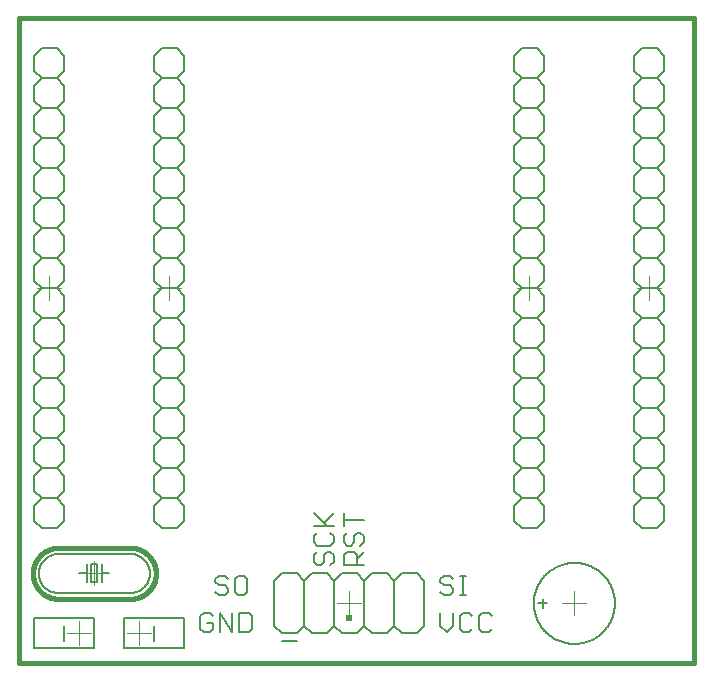
<source format=gto>
G75*
%MOIN*%
%OFA0B0*%
%FSLAX25Y25*%
%IPPOS*%
%LPD*%
%AMOC8*
5,1,8,0,0,1.08239X$1,22.5*
%
%ADD10C,0.00600*%
%ADD11C,0.01600*%
%ADD12C,0.00000*%
%ADD13C,0.00800*%
%ADD14R,0.02000X0.02000*%
D10*
X0014800Y0025300D02*
X0038800Y0025300D01*
X0029300Y0028800D02*
X0029300Y0031800D01*
X0031800Y0031800D01*
X0029300Y0031800D02*
X0029300Y0034800D01*
X0027800Y0034800D02*
X0027800Y0028800D01*
X0025800Y0028800D01*
X0025800Y0034800D01*
X0027800Y0034800D01*
X0024300Y0034800D02*
X0024300Y0031800D01*
X0021800Y0031800D01*
X0024300Y0031800D02*
X0024300Y0028800D01*
X0014800Y0025300D02*
X0014640Y0025302D01*
X0014481Y0025308D01*
X0014322Y0025318D01*
X0014163Y0025331D01*
X0014004Y0025349D01*
X0013846Y0025370D01*
X0013689Y0025396D01*
X0013532Y0025425D01*
X0013376Y0025458D01*
X0013221Y0025495D01*
X0013066Y0025535D01*
X0012913Y0025580D01*
X0012761Y0025628D01*
X0012610Y0025680D01*
X0012461Y0025736D01*
X0012313Y0025795D01*
X0012166Y0025858D01*
X0012021Y0025924D01*
X0011878Y0025994D01*
X0011736Y0026068D01*
X0011596Y0026144D01*
X0011458Y0026225D01*
X0011323Y0026308D01*
X0011189Y0026395D01*
X0011057Y0026486D01*
X0010928Y0026579D01*
X0010801Y0026676D01*
X0010676Y0026775D01*
X0010554Y0026878D01*
X0010435Y0026984D01*
X0010318Y0027092D01*
X0010204Y0027204D01*
X0010092Y0027318D01*
X0009984Y0027435D01*
X0009878Y0027554D01*
X0009775Y0027676D01*
X0009676Y0027801D01*
X0009579Y0027928D01*
X0009486Y0028057D01*
X0009395Y0028189D01*
X0009308Y0028323D01*
X0009225Y0028458D01*
X0009144Y0028596D01*
X0009068Y0028736D01*
X0008994Y0028878D01*
X0008924Y0029021D01*
X0008858Y0029166D01*
X0008795Y0029313D01*
X0008736Y0029461D01*
X0008680Y0029610D01*
X0008628Y0029761D01*
X0008580Y0029913D01*
X0008535Y0030066D01*
X0008495Y0030221D01*
X0008458Y0030376D01*
X0008425Y0030532D01*
X0008396Y0030689D01*
X0008370Y0030846D01*
X0008349Y0031004D01*
X0008331Y0031163D01*
X0008318Y0031322D01*
X0008308Y0031481D01*
X0008302Y0031640D01*
X0008300Y0031800D01*
X0008302Y0031960D01*
X0008308Y0032119D01*
X0008318Y0032278D01*
X0008331Y0032437D01*
X0008349Y0032596D01*
X0008370Y0032754D01*
X0008396Y0032911D01*
X0008425Y0033068D01*
X0008458Y0033224D01*
X0008495Y0033379D01*
X0008535Y0033534D01*
X0008580Y0033687D01*
X0008628Y0033839D01*
X0008680Y0033990D01*
X0008736Y0034139D01*
X0008795Y0034287D01*
X0008858Y0034434D01*
X0008924Y0034579D01*
X0008994Y0034722D01*
X0009068Y0034864D01*
X0009144Y0035004D01*
X0009225Y0035142D01*
X0009308Y0035277D01*
X0009395Y0035411D01*
X0009486Y0035543D01*
X0009579Y0035672D01*
X0009676Y0035799D01*
X0009775Y0035924D01*
X0009878Y0036046D01*
X0009984Y0036165D01*
X0010092Y0036282D01*
X0010204Y0036396D01*
X0010318Y0036508D01*
X0010435Y0036616D01*
X0010554Y0036722D01*
X0010676Y0036825D01*
X0010801Y0036924D01*
X0010928Y0037021D01*
X0011057Y0037114D01*
X0011189Y0037205D01*
X0011323Y0037292D01*
X0011458Y0037375D01*
X0011596Y0037456D01*
X0011736Y0037532D01*
X0011878Y0037606D01*
X0012021Y0037676D01*
X0012166Y0037742D01*
X0012313Y0037805D01*
X0012461Y0037864D01*
X0012610Y0037920D01*
X0012761Y0037972D01*
X0012913Y0038020D01*
X0013066Y0038065D01*
X0013221Y0038105D01*
X0013376Y0038142D01*
X0013532Y0038175D01*
X0013689Y0038204D01*
X0013846Y0038230D01*
X0014004Y0038251D01*
X0014163Y0038269D01*
X0014322Y0038282D01*
X0014481Y0038292D01*
X0014640Y0038298D01*
X0014800Y0038300D01*
X0038800Y0038300D01*
X0038960Y0038298D01*
X0039119Y0038292D01*
X0039278Y0038282D01*
X0039437Y0038269D01*
X0039596Y0038251D01*
X0039754Y0038230D01*
X0039911Y0038204D01*
X0040068Y0038175D01*
X0040224Y0038142D01*
X0040379Y0038105D01*
X0040534Y0038065D01*
X0040687Y0038020D01*
X0040839Y0037972D01*
X0040990Y0037920D01*
X0041139Y0037864D01*
X0041287Y0037805D01*
X0041434Y0037742D01*
X0041579Y0037676D01*
X0041722Y0037606D01*
X0041864Y0037532D01*
X0042004Y0037456D01*
X0042142Y0037375D01*
X0042277Y0037292D01*
X0042411Y0037205D01*
X0042543Y0037114D01*
X0042672Y0037021D01*
X0042799Y0036924D01*
X0042924Y0036825D01*
X0043046Y0036722D01*
X0043165Y0036616D01*
X0043282Y0036508D01*
X0043396Y0036396D01*
X0043508Y0036282D01*
X0043616Y0036165D01*
X0043722Y0036046D01*
X0043825Y0035924D01*
X0043924Y0035799D01*
X0044021Y0035672D01*
X0044114Y0035543D01*
X0044205Y0035411D01*
X0044292Y0035277D01*
X0044375Y0035142D01*
X0044456Y0035004D01*
X0044532Y0034864D01*
X0044606Y0034722D01*
X0044676Y0034579D01*
X0044742Y0034434D01*
X0044805Y0034287D01*
X0044864Y0034139D01*
X0044920Y0033990D01*
X0044972Y0033839D01*
X0045020Y0033687D01*
X0045065Y0033534D01*
X0045105Y0033379D01*
X0045142Y0033224D01*
X0045175Y0033068D01*
X0045204Y0032911D01*
X0045230Y0032754D01*
X0045251Y0032596D01*
X0045269Y0032437D01*
X0045282Y0032278D01*
X0045292Y0032119D01*
X0045298Y0031960D01*
X0045300Y0031800D01*
X0045298Y0031640D01*
X0045292Y0031481D01*
X0045282Y0031322D01*
X0045269Y0031163D01*
X0045251Y0031004D01*
X0045230Y0030846D01*
X0045204Y0030689D01*
X0045175Y0030532D01*
X0045142Y0030376D01*
X0045105Y0030221D01*
X0045065Y0030066D01*
X0045020Y0029913D01*
X0044972Y0029761D01*
X0044920Y0029610D01*
X0044864Y0029461D01*
X0044805Y0029313D01*
X0044742Y0029166D01*
X0044676Y0029021D01*
X0044606Y0028878D01*
X0044532Y0028736D01*
X0044456Y0028596D01*
X0044375Y0028458D01*
X0044292Y0028323D01*
X0044205Y0028189D01*
X0044114Y0028057D01*
X0044021Y0027928D01*
X0043924Y0027801D01*
X0043825Y0027676D01*
X0043722Y0027554D01*
X0043616Y0027435D01*
X0043508Y0027318D01*
X0043396Y0027204D01*
X0043282Y0027092D01*
X0043165Y0026984D01*
X0043046Y0026878D01*
X0042924Y0026775D01*
X0042799Y0026676D01*
X0042672Y0026579D01*
X0042543Y0026486D01*
X0042411Y0026395D01*
X0042277Y0026308D01*
X0042142Y0026225D01*
X0042004Y0026144D01*
X0041864Y0026068D01*
X0041722Y0025994D01*
X0041579Y0025924D01*
X0041434Y0025858D01*
X0041287Y0025795D01*
X0041139Y0025736D01*
X0040990Y0025680D01*
X0040839Y0025628D01*
X0040687Y0025580D01*
X0040534Y0025535D01*
X0040379Y0025495D01*
X0040224Y0025458D01*
X0040068Y0025425D01*
X0039911Y0025396D01*
X0039754Y0025370D01*
X0039596Y0025349D01*
X0039437Y0025331D01*
X0039278Y0025318D01*
X0039119Y0025308D01*
X0038960Y0025302D01*
X0038800Y0025300D01*
X0062100Y0017438D02*
X0062100Y0013168D01*
X0063168Y0012100D01*
X0065303Y0012100D01*
X0066370Y0013168D01*
X0066370Y0015303D01*
X0064235Y0015303D01*
X0062100Y0017438D02*
X0063168Y0018505D01*
X0065303Y0018505D01*
X0066370Y0017438D01*
X0068545Y0018505D02*
X0072816Y0012100D01*
X0072816Y0018505D01*
X0074991Y0018505D02*
X0078194Y0018505D01*
X0079261Y0017438D01*
X0079261Y0013168D01*
X0078194Y0012100D01*
X0074991Y0012100D01*
X0074991Y0018505D01*
X0068545Y0018505D02*
X0068545Y0012100D01*
X0068168Y0024600D02*
X0067100Y0025668D01*
X0068168Y0024600D02*
X0070303Y0024600D01*
X0071370Y0025668D01*
X0071370Y0026735D01*
X0070303Y0027803D01*
X0068168Y0027803D01*
X0067100Y0028870D01*
X0067100Y0029938D01*
X0068168Y0031005D01*
X0070303Y0031005D01*
X0071370Y0029938D01*
X0073545Y0029938D02*
X0073545Y0025668D01*
X0074613Y0024600D01*
X0076748Y0024600D01*
X0077816Y0025668D01*
X0077816Y0029938D01*
X0076748Y0031005D01*
X0074613Y0031005D01*
X0073545Y0029938D01*
X0086800Y0029300D02*
X0089300Y0031800D01*
X0094300Y0031800D01*
X0096800Y0029300D01*
X0096800Y0014300D01*
X0099300Y0011800D01*
X0104300Y0011800D01*
X0106800Y0014300D01*
X0106800Y0029300D01*
X0109300Y0031800D01*
X0114300Y0031800D01*
X0116800Y0029300D01*
X0116800Y0014300D01*
X0119300Y0011800D01*
X0124300Y0011800D01*
X0126800Y0014300D01*
X0129300Y0011800D01*
X0134300Y0011800D01*
X0136800Y0014300D01*
X0136800Y0029300D01*
X0134300Y0031800D01*
X0129300Y0031800D01*
X0126800Y0029300D01*
X0126800Y0014300D01*
X0116800Y0014300D02*
X0114300Y0011800D01*
X0109300Y0011800D01*
X0106800Y0014300D01*
X0096800Y0014300D02*
X0094300Y0011800D01*
X0089300Y0011800D01*
X0086800Y0014300D01*
X0086800Y0029300D01*
X0096800Y0029300D02*
X0099300Y0031800D01*
X0104300Y0031800D01*
X0106800Y0029300D01*
X0105432Y0034600D02*
X0106500Y0035668D01*
X0106500Y0037803D01*
X0105432Y0038870D01*
X0104365Y0038870D01*
X0103297Y0037803D01*
X0103297Y0035668D01*
X0102230Y0034600D01*
X0101162Y0034600D01*
X0100095Y0035668D01*
X0100095Y0037803D01*
X0101162Y0038870D01*
X0101162Y0041045D02*
X0105432Y0041045D01*
X0106500Y0042113D01*
X0106500Y0044248D01*
X0105432Y0045316D01*
X0104365Y0047491D02*
X0100095Y0051761D01*
X0103297Y0048559D02*
X0106500Y0051761D01*
X0110095Y0051761D02*
X0110095Y0047491D01*
X0110095Y0049626D02*
X0116500Y0049626D01*
X0115432Y0045316D02*
X0114365Y0045316D01*
X0113297Y0044248D01*
X0113297Y0042113D01*
X0112230Y0041045D01*
X0111162Y0041045D01*
X0110095Y0042113D01*
X0110095Y0044248D01*
X0111162Y0045316D01*
X0115432Y0045316D02*
X0116500Y0044248D01*
X0116500Y0042113D01*
X0115432Y0041045D01*
X0116500Y0038870D02*
X0114365Y0036735D01*
X0114365Y0037803D02*
X0114365Y0034600D01*
X0116500Y0034600D02*
X0110095Y0034600D01*
X0110095Y0037803D01*
X0111162Y0038870D01*
X0113297Y0038870D01*
X0114365Y0037803D01*
X0119300Y0031800D02*
X0116800Y0029300D01*
X0119300Y0031800D02*
X0124300Y0031800D01*
X0126800Y0029300D01*
X0142100Y0028870D02*
X0143168Y0027803D01*
X0145303Y0027803D01*
X0146370Y0026735D01*
X0146370Y0025668D01*
X0145303Y0024600D01*
X0143168Y0024600D01*
X0142100Y0025668D01*
X0142100Y0028870D02*
X0142100Y0029938D01*
X0143168Y0031005D01*
X0145303Y0031005D01*
X0146370Y0029938D01*
X0148545Y0031005D02*
X0150681Y0031005D01*
X0149613Y0031005D02*
X0149613Y0024600D01*
X0148545Y0024600D02*
X0150681Y0024600D01*
X0151748Y0018505D02*
X0149613Y0018505D01*
X0148545Y0017438D01*
X0148545Y0013168D01*
X0149613Y0012100D01*
X0151748Y0012100D01*
X0152816Y0013168D01*
X0154991Y0013168D02*
X0156059Y0012100D01*
X0158194Y0012100D01*
X0159261Y0013168D01*
X0159261Y0017438D02*
X0158194Y0018505D01*
X0156059Y0018505D01*
X0154991Y0017438D01*
X0154991Y0013168D01*
X0152816Y0017438D02*
X0151748Y0018505D01*
X0146370Y0018505D02*
X0146370Y0014235D01*
X0144235Y0012100D01*
X0142100Y0014235D01*
X0142100Y0018505D01*
X0174800Y0021800D02*
X0177800Y0021800D01*
X0176300Y0020300D02*
X0176300Y0023300D01*
X0173300Y0021800D02*
X0173304Y0022131D01*
X0173316Y0022462D01*
X0173337Y0022793D01*
X0173365Y0023123D01*
X0173402Y0023453D01*
X0173446Y0023781D01*
X0173499Y0024108D01*
X0173559Y0024434D01*
X0173628Y0024758D01*
X0173705Y0025080D01*
X0173789Y0025401D01*
X0173881Y0025719D01*
X0173981Y0026035D01*
X0174089Y0026348D01*
X0174205Y0026659D01*
X0174328Y0026966D01*
X0174458Y0027271D01*
X0174596Y0027572D01*
X0174741Y0027870D01*
X0174894Y0028164D01*
X0175054Y0028454D01*
X0175221Y0028740D01*
X0175394Y0029022D01*
X0175575Y0029300D01*
X0175763Y0029573D01*
X0175957Y0029842D01*
X0176157Y0030106D01*
X0176364Y0030364D01*
X0176578Y0030618D01*
X0176797Y0030866D01*
X0177023Y0031109D01*
X0177254Y0031346D01*
X0177491Y0031577D01*
X0177734Y0031803D01*
X0177982Y0032022D01*
X0178236Y0032236D01*
X0178494Y0032443D01*
X0178758Y0032643D01*
X0179027Y0032837D01*
X0179300Y0033025D01*
X0179578Y0033206D01*
X0179860Y0033379D01*
X0180146Y0033546D01*
X0180436Y0033706D01*
X0180730Y0033859D01*
X0181028Y0034004D01*
X0181329Y0034142D01*
X0181634Y0034272D01*
X0181941Y0034395D01*
X0182252Y0034511D01*
X0182565Y0034619D01*
X0182881Y0034719D01*
X0183199Y0034811D01*
X0183520Y0034895D01*
X0183842Y0034972D01*
X0184166Y0035041D01*
X0184492Y0035101D01*
X0184819Y0035154D01*
X0185147Y0035198D01*
X0185477Y0035235D01*
X0185807Y0035263D01*
X0186138Y0035284D01*
X0186469Y0035296D01*
X0186800Y0035300D01*
X0187131Y0035296D01*
X0187462Y0035284D01*
X0187793Y0035263D01*
X0188123Y0035235D01*
X0188453Y0035198D01*
X0188781Y0035154D01*
X0189108Y0035101D01*
X0189434Y0035041D01*
X0189758Y0034972D01*
X0190080Y0034895D01*
X0190401Y0034811D01*
X0190719Y0034719D01*
X0191035Y0034619D01*
X0191348Y0034511D01*
X0191659Y0034395D01*
X0191966Y0034272D01*
X0192271Y0034142D01*
X0192572Y0034004D01*
X0192870Y0033859D01*
X0193164Y0033706D01*
X0193454Y0033546D01*
X0193740Y0033379D01*
X0194022Y0033206D01*
X0194300Y0033025D01*
X0194573Y0032837D01*
X0194842Y0032643D01*
X0195106Y0032443D01*
X0195364Y0032236D01*
X0195618Y0032022D01*
X0195866Y0031803D01*
X0196109Y0031577D01*
X0196346Y0031346D01*
X0196577Y0031109D01*
X0196803Y0030866D01*
X0197022Y0030618D01*
X0197236Y0030364D01*
X0197443Y0030106D01*
X0197643Y0029842D01*
X0197837Y0029573D01*
X0198025Y0029300D01*
X0198206Y0029022D01*
X0198379Y0028740D01*
X0198546Y0028454D01*
X0198706Y0028164D01*
X0198859Y0027870D01*
X0199004Y0027572D01*
X0199142Y0027271D01*
X0199272Y0026966D01*
X0199395Y0026659D01*
X0199511Y0026348D01*
X0199619Y0026035D01*
X0199719Y0025719D01*
X0199811Y0025401D01*
X0199895Y0025080D01*
X0199972Y0024758D01*
X0200041Y0024434D01*
X0200101Y0024108D01*
X0200154Y0023781D01*
X0200198Y0023453D01*
X0200235Y0023123D01*
X0200263Y0022793D01*
X0200284Y0022462D01*
X0200296Y0022131D01*
X0200300Y0021800D01*
X0200296Y0021469D01*
X0200284Y0021138D01*
X0200263Y0020807D01*
X0200235Y0020477D01*
X0200198Y0020147D01*
X0200154Y0019819D01*
X0200101Y0019492D01*
X0200041Y0019166D01*
X0199972Y0018842D01*
X0199895Y0018520D01*
X0199811Y0018199D01*
X0199719Y0017881D01*
X0199619Y0017565D01*
X0199511Y0017252D01*
X0199395Y0016941D01*
X0199272Y0016634D01*
X0199142Y0016329D01*
X0199004Y0016028D01*
X0198859Y0015730D01*
X0198706Y0015436D01*
X0198546Y0015146D01*
X0198379Y0014860D01*
X0198206Y0014578D01*
X0198025Y0014300D01*
X0197837Y0014027D01*
X0197643Y0013758D01*
X0197443Y0013494D01*
X0197236Y0013236D01*
X0197022Y0012982D01*
X0196803Y0012734D01*
X0196577Y0012491D01*
X0196346Y0012254D01*
X0196109Y0012023D01*
X0195866Y0011797D01*
X0195618Y0011578D01*
X0195364Y0011364D01*
X0195106Y0011157D01*
X0194842Y0010957D01*
X0194573Y0010763D01*
X0194300Y0010575D01*
X0194022Y0010394D01*
X0193740Y0010221D01*
X0193454Y0010054D01*
X0193164Y0009894D01*
X0192870Y0009741D01*
X0192572Y0009596D01*
X0192271Y0009458D01*
X0191966Y0009328D01*
X0191659Y0009205D01*
X0191348Y0009089D01*
X0191035Y0008981D01*
X0190719Y0008881D01*
X0190401Y0008789D01*
X0190080Y0008705D01*
X0189758Y0008628D01*
X0189434Y0008559D01*
X0189108Y0008499D01*
X0188781Y0008446D01*
X0188453Y0008402D01*
X0188123Y0008365D01*
X0187793Y0008337D01*
X0187462Y0008316D01*
X0187131Y0008304D01*
X0186800Y0008300D01*
X0186469Y0008304D01*
X0186138Y0008316D01*
X0185807Y0008337D01*
X0185477Y0008365D01*
X0185147Y0008402D01*
X0184819Y0008446D01*
X0184492Y0008499D01*
X0184166Y0008559D01*
X0183842Y0008628D01*
X0183520Y0008705D01*
X0183199Y0008789D01*
X0182881Y0008881D01*
X0182565Y0008981D01*
X0182252Y0009089D01*
X0181941Y0009205D01*
X0181634Y0009328D01*
X0181329Y0009458D01*
X0181028Y0009596D01*
X0180730Y0009741D01*
X0180436Y0009894D01*
X0180146Y0010054D01*
X0179860Y0010221D01*
X0179578Y0010394D01*
X0179300Y0010575D01*
X0179027Y0010763D01*
X0178758Y0010957D01*
X0178494Y0011157D01*
X0178236Y0011364D01*
X0177982Y0011578D01*
X0177734Y0011797D01*
X0177491Y0012023D01*
X0177254Y0012254D01*
X0177023Y0012491D01*
X0176797Y0012734D01*
X0176578Y0012982D01*
X0176364Y0013236D01*
X0176157Y0013494D01*
X0175957Y0013758D01*
X0175763Y0014027D01*
X0175575Y0014300D01*
X0175394Y0014578D01*
X0175221Y0014860D01*
X0175054Y0015146D01*
X0174894Y0015436D01*
X0174741Y0015730D01*
X0174596Y0016028D01*
X0174458Y0016329D01*
X0174328Y0016634D01*
X0174205Y0016941D01*
X0174089Y0017252D01*
X0173981Y0017565D01*
X0173881Y0017881D01*
X0173789Y0018199D01*
X0173705Y0018520D01*
X0173628Y0018842D01*
X0173559Y0019166D01*
X0173499Y0019492D01*
X0173446Y0019819D01*
X0173402Y0020147D01*
X0173365Y0020477D01*
X0173337Y0020807D01*
X0173316Y0021138D01*
X0173304Y0021469D01*
X0173300Y0021800D01*
X0174300Y0046800D02*
X0169300Y0046800D01*
X0166800Y0049300D01*
X0166800Y0054300D01*
X0169300Y0056800D01*
X0166800Y0059300D01*
X0166800Y0064300D01*
X0169300Y0066800D01*
X0166800Y0069300D01*
X0166800Y0074300D01*
X0169300Y0076800D01*
X0166800Y0079300D01*
X0166800Y0084300D01*
X0169300Y0086800D01*
X0166800Y0089300D01*
X0166800Y0094300D01*
X0169300Y0096800D01*
X0166800Y0099300D01*
X0166800Y0104300D01*
X0169300Y0106800D01*
X0166800Y0109300D01*
X0166800Y0114300D01*
X0169300Y0116800D01*
X0166800Y0119300D01*
X0166800Y0124300D01*
X0169300Y0126800D01*
X0166800Y0129300D01*
X0166800Y0134300D01*
X0169300Y0136800D01*
X0166800Y0139300D01*
X0166800Y0144300D01*
X0169300Y0146800D01*
X0166800Y0149300D01*
X0166800Y0154300D01*
X0169300Y0156800D01*
X0166800Y0159300D01*
X0166800Y0164300D01*
X0169300Y0166800D01*
X0166800Y0169300D01*
X0166800Y0174300D01*
X0169300Y0176800D01*
X0166800Y0179300D01*
X0166800Y0184300D01*
X0169300Y0186800D01*
X0166800Y0189300D01*
X0166800Y0194300D01*
X0169300Y0196800D01*
X0166800Y0199300D01*
X0166800Y0204300D01*
X0169300Y0206800D01*
X0174300Y0206800D01*
X0176800Y0204300D01*
X0176800Y0199300D01*
X0174300Y0196800D01*
X0176800Y0194300D01*
X0176800Y0189300D01*
X0174300Y0186800D01*
X0169300Y0186800D01*
X0174300Y0186800D02*
X0176800Y0184300D01*
X0176800Y0179300D01*
X0174300Y0176800D01*
X0176800Y0174300D01*
X0176800Y0169300D01*
X0174300Y0166800D01*
X0176800Y0164300D01*
X0176800Y0159300D01*
X0174300Y0156800D01*
X0169300Y0156800D01*
X0174300Y0156800D02*
X0176800Y0154300D01*
X0176800Y0149300D01*
X0174300Y0146800D01*
X0176800Y0144300D01*
X0176800Y0139300D01*
X0174300Y0136800D01*
X0176800Y0134300D01*
X0176800Y0129300D01*
X0174300Y0126800D01*
X0169300Y0126800D01*
X0174300Y0126800D02*
X0176800Y0124300D01*
X0176800Y0119300D01*
X0174300Y0116800D01*
X0176800Y0114300D01*
X0176800Y0109300D01*
X0174300Y0106800D01*
X0176800Y0104300D01*
X0176800Y0099300D01*
X0174300Y0096800D01*
X0169300Y0096800D01*
X0174300Y0096800D02*
X0176800Y0094300D01*
X0176800Y0089300D01*
X0174300Y0086800D01*
X0176800Y0084300D01*
X0176800Y0079300D01*
X0174300Y0076800D01*
X0176800Y0074300D01*
X0176800Y0069300D01*
X0174300Y0066800D01*
X0169300Y0066800D01*
X0174300Y0066800D02*
X0176800Y0064300D01*
X0176800Y0059300D01*
X0174300Y0056800D01*
X0176800Y0054300D01*
X0176800Y0049300D01*
X0174300Y0046800D01*
X0174300Y0056800D02*
X0169300Y0056800D01*
X0169300Y0076800D02*
X0174300Y0076800D01*
X0174300Y0086800D02*
X0169300Y0086800D01*
X0169300Y0106800D02*
X0174300Y0106800D01*
X0174300Y0116800D02*
X0169300Y0116800D01*
X0169300Y0136800D02*
X0174300Y0136800D01*
X0174300Y0146800D02*
X0169300Y0146800D01*
X0169300Y0166800D02*
X0174300Y0166800D01*
X0174300Y0176800D02*
X0169300Y0176800D01*
X0169300Y0196800D02*
X0174300Y0196800D01*
X0206800Y0194300D02*
X0206800Y0189300D01*
X0209300Y0186800D01*
X0214300Y0186800D01*
X0216800Y0189300D01*
X0216800Y0194300D01*
X0214300Y0196800D01*
X0209300Y0196800D01*
X0206800Y0194300D01*
X0209300Y0196800D02*
X0206800Y0199300D01*
X0206800Y0204300D01*
X0209300Y0206800D01*
X0214300Y0206800D01*
X0216800Y0204300D01*
X0216800Y0199300D01*
X0214300Y0196800D01*
X0214300Y0186800D02*
X0216800Y0184300D01*
X0216800Y0179300D01*
X0214300Y0176800D01*
X0216800Y0174300D01*
X0216800Y0169300D01*
X0214300Y0166800D01*
X0216800Y0164300D01*
X0216800Y0159300D01*
X0214300Y0156800D01*
X0209300Y0156800D01*
X0206800Y0159300D01*
X0206800Y0164300D01*
X0209300Y0166800D01*
X0206800Y0169300D01*
X0206800Y0174300D01*
X0209300Y0176800D01*
X0206800Y0179300D01*
X0206800Y0184300D01*
X0209300Y0186800D01*
X0209300Y0176800D02*
X0214300Y0176800D01*
X0214300Y0166800D02*
X0209300Y0166800D01*
X0209300Y0156800D02*
X0206800Y0154300D01*
X0206800Y0149300D01*
X0209300Y0146800D01*
X0206800Y0144300D01*
X0206800Y0139300D01*
X0209300Y0136800D01*
X0206800Y0134300D01*
X0206800Y0129300D01*
X0209300Y0126800D01*
X0214300Y0126800D01*
X0216800Y0129300D01*
X0216800Y0134300D01*
X0214300Y0136800D01*
X0209300Y0136800D01*
X0214300Y0136800D02*
X0216800Y0139300D01*
X0216800Y0144300D01*
X0214300Y0146800D01*
X0209300Y0146800D01*
X0214300Y0146800D02*
X0216800Y0149300D01*
X0216800Y0154300D01*
X0214300Y0156800D01*
X0214300Y0126800D02*
X0216800Y0124300D01*
X0216800Y0119300D01*
X0214300Y0116800D01*
X0216800Y0114300D01*
X0216800Y0109300D01*
X0214300Y0106800D01*
X0216800Y0104300D01*
X0216800Y0099300D01*
X0214300Y0096800D01*
X0209300Y0096800D01*
X0206800Y0099300D01*
X0206800Y0104300D01*
X0209300Y0106800D01*
X0206800Y0109300D01*
X0206800Y0114300D01*
X0209300Y0116800D01*
X0206800Y0119300D01*
X0206800Y0124300D01*
X0209300Y0126800D01*
X0209300Y0116800D02*
X0214300Y0116800D01*
X0214300Y0106800D02*
X0209300Y0106800D01*
X0209300Y0096800D02*
X0206800Y0094300D01*
X0206800Y0089300D01*
X0209300Y0086800D01*
X0206800Y0084300D01*
X0206800Y0079300D01*
X0209300Y0076800D01*
X0206800Y0074300D01*
X0206800Y0069300D01*
X0209300Y0066800D01*
X0214300Y0066800D01*
X0216800Y0069300D01*
X0216800Y0074300D01*
X0214300Y0076800D01*
X0209300Y0076800D01*
X0214300Y0076800D02*
X0216800Y0079300D01*
X0216800Y0084300D01*
X0214300Y0086800D01*
X0209300Y0086800D01*
X0214300Y0086800D02*
X0216800Y0089300D01*
X0216800Y0094300D01*
X0214300Y0096800D01*
X0214300Y0066800D02*
X0216800Y0064300D01*
X0216800Y0059300D01*
X0214300Y0056800D01*
X0216800Y0054300D01*
X0216800Y0049300D01*
X0214300Y0046800D01*
X0209300Y0046800D01*
X0206800Y0049300D01*
X0206800Y0054300D01*
X0209300Y0056800D01*
X0206800Y0059300D01*
X0206800Y0064300D01*
X0209300Y0066800D01*
X0209300Y0056800D02*
X0214300Y0056800D01*
X0106500Y0047491D02*
X0100095Y0047491D01*
X0101162Y0045316D02*
X0100095Y0044248D01*
X0100095Y0042113D01*
X0101162Y0041045D01*
X0056800Y0049300D02*
X0054300Y0046800D01*
X0049300Y0046800D01*
X0046800Y0049300D01*
X0046800Y0054300D01*
X0049300Y0056800D01*
X0046800Y0059300D01*
X0046800Y0064300D01*
X0049300Y0066800D01*
X0046800Y0069300D01*
X0046800Y0074300D01*
X0049300Y0076800D01*
X0046800Y0079300D01*
X0046800Y0084300D01*
X0049300Y0086800D01*
X0046800Y0089300D01*
X0046800Y0094300D01*
X0049300Y0096800D01*
X0046800Y0099300D01*
X0046800Y0104300D01*
X0049300Y0106800D01*
X0046800Y0109300D01*
X0046800Y0114300D01*
X0049300Y0116800D01*
X0046800Y0119300D01*
X0046800Y0124300D01*
X0049300Y0126800D01*
X0046800Y0129300D01*
X0046800Y0134300D01*
X0049300Y0136800D01*
X0046800Y0139300D01*
X0046800Y0144300D01*
X0049300Y0146800D01*
X0046800Y0149300D01*
X0046800Y0154300D01*
X0049300Y0156800D01*
X0046800Y0159300D01*
X0046800Y0164300D01*
X0049300Y0166800D01*
X0046800Y0169300D01*
X0046800Y0174300D01*
X0049300Y0176800D01*
X0046800Y0179300D01*
X0046800Y0184300D01*
X0049300Y0186800D01*
X0046800Y0189300D01*
X0046800Y0194300D01*
X0049300Y0196800D01*
X0046800Y0199300D01*
X0046800Y0204300D01*
X0049300Y0206800D01*
X0054300Y0206800D01*
X0056800Y0204300D01*
X0056800Y0199300D01*
X0054300Y0196800D01*
X0056800Y0194300D01*
X0056800Y0189300D01*
X0054300Y0186800D01*
X0049300Y0186800D01*
X0054300Y0186800D02*
X0056800Y0184300D01*
X0056800Y0179300D01*
X0054300Y0176800D01*
X0056800Y0174300D01*
X0056800Y0169300D01*
X0054300Y0166800D01*
X0056800Y0164300D01*
X0056800Y0159300D01*
X0054300Y0156800D01*
X0049300Y0156800D01*
X0054300Y0156800D02*
X0056800Y0154300D01*
X0056800Y0149300D01*
X0054300Y0146800D01*
X0056800Y0144300D01*
X0056800Y0139300D01*
X0054300Y0136800D01*
X0056800Y0134300D01*
X0056800Y0129300D01*
X0054300Y0126800D01*
X0049300Y0126800D01*
X0054300Y0126800D02*
X0056800Y0124300D01*
X0056800Y0119300D01*
X0054300Y0116800D01*
X0056800Y0114300D01*
X0056800Y0109300D01*
X0054300Y0106800D01*
X0056800Y0104300D01*
X0056800Y0099300D01*
X0054300Y0096800D01*
X0049300Y0096800D01*
X0054300Y0096800D02*
X0056800Y0094300D01*
X0056800Y0089300D01*
X0054300Y0086800D01*
X0056800Y0084300D01*
X0056800Y0079300D01*
X0054300Y0076800D01*
X0056800Y0074300D01*
X0056800Y0069300D01*
X0054300Y0066800D01*
X0049300Y0066800D01*
X0054300Y0066800D02*
X0056800Y0064300D01*
X0056800Y0059300D01*
X0054300Y0056800D01*
X0056800Y0054300D01*
X0056800Y0049300D01*
X0054300Y0056800D02*
X0049300Y0056800D01*
X0049300Y0076800D02*
X0054300Y0076800D01*
X0054300Y0086800D02*
X0049300Y0086800D01*
X0049300Y0106800D02*
X0054300Y0106800D01*
X0054300Y0116800D02*
X0049300Y0116800D01*
X0049300Y0136800D02*
X0054300Y0136800D01*
X0054300Y0146800D02*
X0049300Y0146800D01*
X0049300Y0166800D02*
X0054300Y0166800D01*
X0054300Y0176800D02*
X0049300Y0176800D01*
X0049300Y0196800D02*
X0054300Y0196800D01*
X0016800Y0194300D02*
X0016800Y0189300D01*
X0014300Y0186800D01*
X0009300Y0186800D01*
X0006800Y0189300D01*
X0006800Y0194300D01*
X0009300Y0196800D01*
X0006800Y0199300D01*
X0006800Y0204300D01*
X0009300Y0206800D01*
X0014300Y0206800D01*
X0016800Y0204300D01*
X0016800Y0199300D01*
X0014300Y0196800D01*
X0016800Y0194300D01*
X0014300Y0196800D02*
X0009300Y0196800D01*
X0009300Y0186800D02*
X0006800Y0184300D01*
X0006800Y0179300D01*
X0009300Y0176800D01*
X0006800Y0174300D01*
X0006800Y0169300D01*
X0009300Y0166800D01*
X0006800Y0164300D01*
X0006800Y0159300D01*
X0009300Y0156800D01*
X0014300Y0156800D01*
X0016800Y0159300D01*
X0016800Y0164300D01*
X0014300Y0166800D01*
X0009300Y0166800D01*
X0014300Y0166800D02*
X0016800Y0169300D01*
X0016800Y0174300D01*
X0014300Y0176800D01*
X0009300Y0176800D01*
X0014300Y0176800D02*
X0016800Y0179300D01*
X0016800Y0184300D01*
X0014300Y0186800D01*
X0014300Y0156800D02*
X0016800Y0154300D01*
X0016800Y0149300D01*
X0014300Y0146800D01*
X0016800Y0144300D01*
X0016800Y0139300D01*
X0014300Y0136800D01*
X0016800Y0134300D01*
X0016800Y0129300D01*
X0014300Y0126800D01*
X0009300Y0126800D01*
X0006800Y0129300D01*
X0006800Y0134300D01*
X0009300Y0136800D01*
X0006800Y0139300D01*
X0006800Y0144300D01*
X0009300Y0146800D01*
X0006800Y0149300D01*
X0006800Y0154300D01*
X0009300Y0156800D01*
X0009300Y0146800D02*
X0014300Y0146800D01*
X0014300Y0136800D02*
X0009300Y0136800D01*
X0009300Y0126800D02*
X0006800Y0124300D01*
X0006800Y0119300D01*
X0009300Y0116800D01*
X0006800Y0114300D01*
X0006800Y0109300D01*
X0009300Y0106800D01*
X0006800Y0104300D01*
X0006800Y0099300D01*
X0009300Y0096800D01*
X0014300Y0096800D01*
X0016800Y0099300D01*
X0016800Y0104300D01*
X0014300Y0106800D01*
X0009300Y0106800D01*
X0014300Y0106800D02*
X0016800Y0109300D01*
X0016800Y0114300D01*
X0014300Y0116800D01*
X0009300Y0116800D01*
X0014300Y0116800D02*
X0016800Y0119300D01*
X0016800Y0124300D01*
X0014300Y0126800D01*
X0014300Y0096800D02*
X0016800Y0094300D01*
X0016800Y0089300D01*
X0014300Y0086800D01*
X0016800Y0084300D01*
X0016800Y0079300D01*
X0014300Y0076800D01*
X0016800Y0074300D01*
X0016800Y0069300D01*
X0014300Y0066800D01*
X0009300Y0066800D01*
X0006800Y0069300D01*
X0006800Y0074300D01*
X0009300Y0076800D01*
X0006800Y0079300D01*
X0006800Y0084300D01*
X0009300Y0086800D01*
X0006800Y0089300D01*
X0006800Y0094300D01*
X0009300Y0096800D01*
X0009300Y0086800D02*
X0014300Y0086800D01*
X0014300Y0076800D02*
X0009300Y0076800D01*
X0009300Y0066800D02*
X0006800Y0064300D01*
X0006800Y0059300D01*
X0009300Y0056800D01*
X0006800Y0054300D01*
X0006800Y0049300D01*
X0009300Y0046800D01*
X0014300Y0046800D01*
X0016800Y0049300D01*
X0016800Y0054300D01*
X0014300Y0056800D01*
X0009300Y0056800D01*
X0014300Y0056800D02*
X0016800Y0059300D01*
X0016800Y0064300D01*
X0014300Y0066800D01*
D11*
X0001800Y0001800D02*
X0001800Y0216800D01*
X0226800Y0216800D01*
X0226800Y0001800D01*
X0001800Y0001800D01*
X0014800Y0023300D02*
X0038800Y0023300D01*
X0039007Y0023303D01*
X0039214Y0023310D01*
X0039420Y0023323D01*
X0039627Y0023340D01*
X0039832Y0023363D01*
X0040038Y0023391D01*
X0040242Y0023423D01*
X0040446Y0023461D01*
X0040648Y0023503D01*
X0040850Y0023551D01*
X0041050Y0023603D01*
X0041249Y0023660D01*
X0041446Y0023722D01*
X0041642Y0023789D01*
X0041836Y0023861D01*
X0042029Y0023937D01*
X0042219Y0024018D01*
X0042408Y0024104D01*
X0042594Y0024194D01*
X0042778Y0024288D01*
X0042960Y0024388D01*
X0043139Y0024491D01*
X0043316Y0024599D01*
X0043490Y0024711D01*
X0043661Y0024827D01*
X0043830Y0024948D01*
X0043995Y0025072D01*
X0044157Y0025201D01*
X0044316Y0025333D01*
X0044472Y0025469D01*
X0044625Y0025609D01*
X0044774Y0025753D01*
X0044919Y0025900D01*
X0045061Y0026051D01*
X0045199Y0026205D01*
X0045334Y0026363D01*
X0045464Y0026523D01*
X0045590Y0026687D01*
X0045713Y0026854D01*
X0045831Y0027024D01*
X0045946Y0027197D01*
X0046056Y0027372D01*
X0046161Y0027550D01*
X0046263Y0027731D01*
X0046359Y0027913D01*
X0046452Y0028099D01*
X0046540Y0028286D01*
X0046623Y0028476D01*
X0046702Y0028667D01*
X0046776Y0028860D01*
X0046845Y0029056D01*
X0046909Y0029252D01*
X0046969Y0029450D01*
X0047024Y0029650D01*
X0047074Y0029851D01*
X0047119Y0030053D01*
X0047159Y0030256D01*
X0047194Y0030460D01*
X0047224Y0030665D01*
X0047249Y0030870D01*
X0047269Y0031076D01*
X0047284Y0031283D01*
X0047294Y0031490D01*
X0047299Y0031697D01*
X0047299Y0031903D01*
X0047294Y0032110D01*
X0047284Y0032317D01*
X0047269Y0032524D01*
X0047249Y0032730D01*
X0047224Y0032935D01*
X0047194Y0033140D01*
X0047159Y0033344D01*
X0047119Y0033547D01*
X0047074Y0033749D01*
X0047024Y0033950D01*
X0046969Y0034150D01*
X0046909Y0034348D01*
X0046845Y0034544D01*
X0046776Y0034740D01*
X0046702Y0034933D01*
X0046623Y0035124D01*
X0046540Y0035314D01*
X0046452Y0035501D01*
X0046359Y0035687D01*
X0046263Y0035869D01*
X0046161Y0036050D01*
X0046056Y0036228D01*
X0045946Y0036403D01*
X0045831Y0036576D01*
X0045713Y0036746D01*
X0045590Y0036913D01*
X0045464Y0037077D01*
X0045334Y0037237D01*
X0045199Y0037395D01*
X0045061Y0037549D01*
X0044919Y0037700D01*
X0044774Y0037847D01*
X0044625Y0037991D01*
X0044472Y0038131D01*
X0044316Y0038267D01*
X0044157Y0038399D01*
X0043995Y0038528D01*
X0043830Y0038652D01*
X0043661Y0038773D01*
X0043490Y0038889D01*
X0043316Y0039001D01*
X0043139Y0039109D01*
X0042960Y0039212D01*
X0042778Y0039312D01*
X0042594Y0039406D01*
X0042408Y0039496D01*
X0042219Y0039582D01*
X0042029Y0039663D01*
X0041836Y0039739D01*
X0041642Y0039811D01*
X0041446Y0039878D01*
X0041249Y0039940D01*
X0041050Y0039997D01*
X0040850Y0040049D01*
X0040648Y0040097D01*
X0040446Y0040139D01*
X0040242Y0040177D01*
X0040038Y0040209D01*
X0039832Y0040237D01*
X0039627Y0040260D01*
X0039420Y0040277D01*
X0039214Y0040290D01*
X0039007Y0040297D01*
X0038800Y0040300D01*
X0014800Y0040300D01*
X0014593Y0040297D01*
X0014386Y0040290D01*
X0014180Y0040277D01*
X0013973Y0040260D01*
X0013768Y0040237D01*
X0013562Y0040209D01*
X0013358Y0040177D01*
X0013154Y0040139D01*
X0012952Y0040097D01*
X0012750Y0040049D01*
X0012550Y0039997D01*
X0012351Y0039940D01*
X0012154Y0039878D01*
X0011958Y0039811D01*
X0011764Y0039739D01*
X0011571Y0039663D01*
X0011381Y0039582D01*
X0011192Y0039496D01*
X0011006Y0039406D01*
X0010822Y0039312D01*
X0010640Y0039212D01*
X0010461Y0039109D01*
X0010284Y0039001D01*
X0010110Y0038889D01*
X0009939Y0038773D01*
X0009770Y0038652D01*
X0009605Y0038528D01*
X0009443Y0038399D01*
X0009284Y0038267D01*
X0009128Y0038131D01*
X0008975Y0037991D01*
X0008826Y0037847D01*
X0008681Y0037700D01*
X0008539Y0037549D01*
X0008401Y0037395D01*
X0008266Y0037237D01*
X0008136Y0037077D01*
X0008010Y0036913D01*
X0007887Y0036746D01*
X0007769Y0036576D01*
X0007654Y0036403D01*
X0007544Y0036228D01*
X0007439Y0036050D01*
X0007337Y0035869D01*
X0007241Y0035687D01*
X0007148Y0035501D01*
X0007060Y0035314D01*
X0006977Y0035124D01*
X0006898Y0034933D01*
X0006824Y0034740D01*
X0006755Y0034544D01*
X0006691Y0034348D01*
X0006631Y0034150D01*
X0006576Y0033950D01*
X0006526Y0033749D01*
X0006481Y0033547D01*
X0006441Y0033344D01*
X0006406Y0033140D01*
X0006376Y0032935D01*
X0006351Y0032730D01*
X0006331Y0032524D01*
X0006316Y0032317D01*
X0006306Y0032110D01*
X0006301Y0031903D01*
X0006301Y0031697D01*
X0006306Y0031490D01*
X0006316Y0031283D01*
X0006331Y0031076D01*
X0006351Y0030870D01*
X0006376Y0030665D01*
X0006406Y0030460D01*
X0006441Y0030256D01*
X0006481Y0030053D01*
X0006526Y0029851D01*
X0006576Y0029650D01*
X0006631Y0029450D01*
X0006691Y0029252D01*
X0006755Y0029056D01*
X0006824Y0028860D01*
X0006898Y0028667D01*
X0006977Y0028476D01*
X0007060Y0028286D01*
X0007148Y0028099D01*
X0007241Y0027913D01*
X0007337Y0027731D01*
X0007439Y0027550D01*
X0007544Y0027372D01*
X0007654Y0027197D01*
X0007769Y0027024D01*
X0007887Y0026854D01*
X0008010Y0026687D01*
X0008136Y0026523D01*
X0008266Y0026363D01*
X0008401Y0026205D01*
X0008539Y0026051D01*
X0008681Y0025900D01*
X0008826Y0025753D01*
X0008975Y0025609D01*
X0009128Y0025469D01*
X0009284Y0025333D01*
X0009443Y0025201D01*
X0009605Y0025072D01*
X0009770Y0024948D01*
X0009939Y0024827D01*
X0010110Y0024711D01*
X0010284Y0024599D01*
X0010461Y0024491D01*
X0010640Y0024388D01*
X0010822Y0024288D01*
X0011006Y0024194D01*
X0011192Y0024104D01*
X0011381Y0024018D01*
X0011571Y0023937D01*
X0011764Y0023861D01*
X0011958Y0023789D01*
X0012154Y0023722D01*
X0012351Y0023660D01*
X0012550Y0023603D01*
X0012750Y0023551D01*
X0012952Y0023503D01*
X0013154Y0023461D01*
X0013358Y0023423D01*
X0013562Y0023391D01*
X0013768Y0023363D01*
X0013973Y0023340D01*
X0014180Y0023323D01*
X0014386Y0023310D01*
X0014593Y0023303D01*
X0014800Y0023300D01*
D12*
X0021800Y0015800D02*
X0021800Y0007800D01*
X0017800Y0011800D02*
X0025800Y0011800D01*
X0037800Y0011800D02*
X0045800Y0011800D01*
X0041800Y0007800D02*
X0041800Y0015800D01*
X0026800Y0027800D02*
X0026800Y0035800D01*
X0022800Y0031800D02*
X0030800Y0031800D01*
X0107800Y0021800D02*
X0115800Y0021800D01*
X0111800Y0017800D02*
X0111800Y0025800D01*
X0182800Y0021800D02*
X0190800Y0021800D01*
X0186800Y0017800D02*
X0186800Y0025800D01*
X0171800Y0122800D02*
X0171800Y0130800D01*
X0167800Y0126800D02*
X0175800Y0126800D01*
X0207800Y0126800D02*
X0215800Y0126800D01*
X0211800Y0122800D02*
X0211800Y0130800D01*
X0055800Y0126800D02*
X0047800Y0126800D01*
X0051800Y0122800D02*
X0051800Y0130800D01*
X0015800Y0126800D02*
X0007800Y0126800D01*
X0011800Y0122800D02*
X0011800Y0130800D01*
D13*
X0006800Y0016800D02*
X0026800Y0016800D01*
X0026800Y0006800D01*
X0006800Y0006800D01*
X0006800Y0016800D01*
X0016800Y0014300D02*
X0016800Y0009300D01*
X0036800Y0006800D02*
X0036800Y0016800D01*
X0056800Y0016800D01*
X0056800Y0006800D01*
X0036800Y0006800D01*
X0046800Y0009300D02*
X0046800Y0014300D01*
X0089300Y0009300D02*
X0094300Y0009300D01*
D14*
X0111800Y0016800D03*
M02*

</source>
